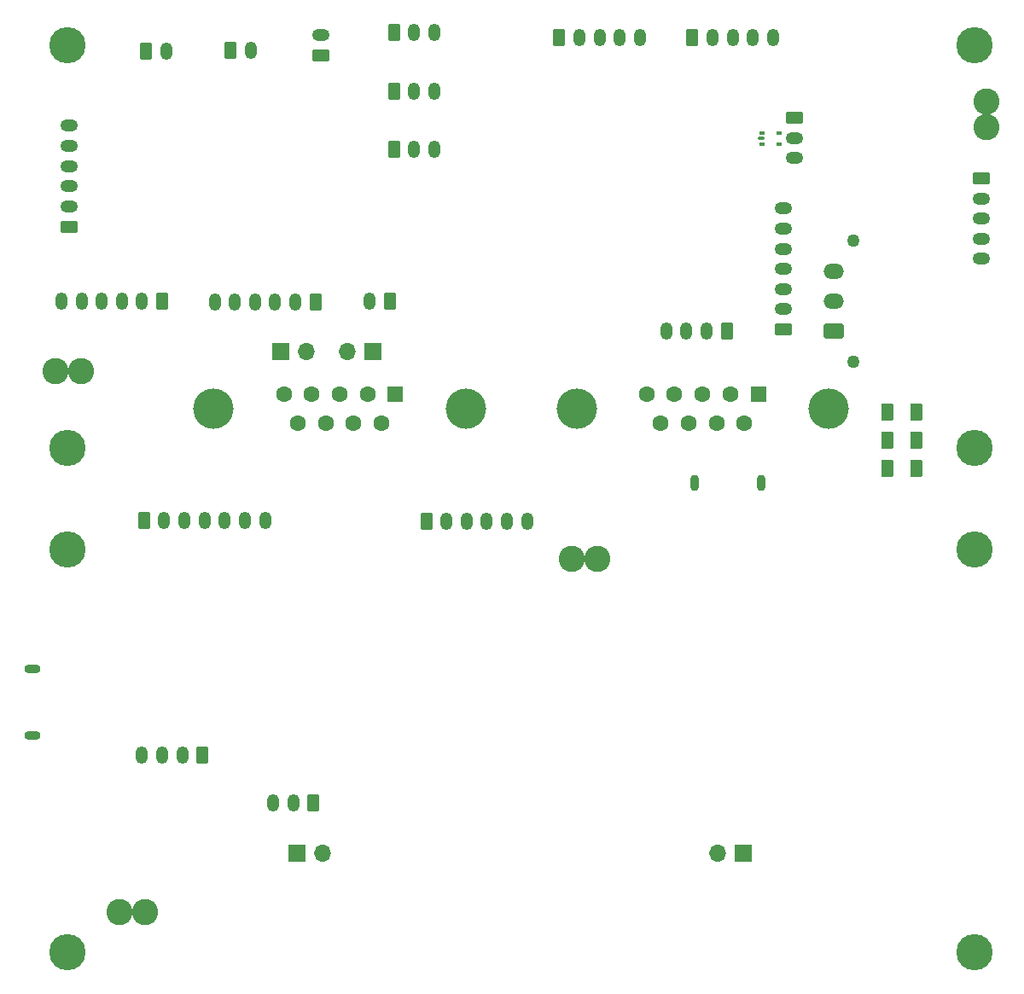
<source format=gbr>
%TF.GenerationSoftware,KiCad,Pcbnew,9.0.0*%
%TF.CreationDate,2025-05-15T12:13:46+12:00*%
%TF.ProjectId,,58585858-5858-4585-9858-585858585858,rev?*%
%TF.SameCoordinates,Original*%
%TF.FileFunction,Soldermask,Bot*%
%TF.FilePolarity,Negative*%
%FSLAX46Y46*%
G04 Gerber Fmt 4.6, Leading zero omitted, Abs format (unit mm)*
G04 Created by KiCad (PCBNEW 9.0.0) date 2025-05-15 12:13:46*
%MOMM*%
%LPD*%
G01*
G04 APERTURE LIST*
G04 Aperture macros list*
%AMRoundRect*
0 Rectangle with rounded corners*
0 $1 Rounding radius*
0 $2 $3 $4 $5 $6 $7 $8 $9 X,Y pos of 4 corners*
0 Add a 4 corners polygon primitive as box body*
4,1,4,$2,$3,$4,$5,$6,$7,$8,$9,$2,$3,0*
0 Add four circle primitives for the rounded corners*
1,1,$1+$1,$2,$3*
1,1,$1+$1,$4,$5*
1,1,$1+$1,$6,$7*
1,1,$1+$1,$8,$9*
0 Add four rect primitives between the rounded corners*
20,1,$1+$1,$2,$3,$4,$5,0*
20,1,$1+$1,$4,$5,$6,$7,0*
20,1,$1+$1,$6,$7,$8,$9,0*
20,1,$1+$1,$8,$9,$2,$3,0*%
G04 Aperture macros list end*
%ADD10C,3.600000*%
%ADD11C,2.600000*%
%ADD12RoundRect,0.250000X0.350000X0.625000X-0.350000X0.625000X-0.350000X-0.625000X0.350000X-0.625000X0*%
%ADD13O,1.200000X1.750000*%
%ADD14RoundRect,0.250000X-0.350000X-0.625000X0.350000X-0.625000X0.350000X0.625000X-0.350000X0.625000X0*%
%ADD15R,1.700000X1.700000*%
%ADD16O,1.700000X1.700000*%
%ADD17O,1.600000X0.900000*%
%ADD18RoundRect,0.250000X-0.375000X-0.625000X0.375000X-0.625000X0.375000X0.625000X-0.375000X0.625000X0*%
%ADD19C,4.000000*%
%ADD20R,1.600000X1.600000*%
%ADD21C,1.600000*%
%ADD22RoundRect,0.250000X0.625000X-0.350000X0.625000X0.350000X-0.625000X0.350000X-0.625000X-0.350000X0*%
%ADD23O,1.750000X1.200000*%
%ADD24RoundRect,0.250000X-0.625000X0.350000X-0.625000X-0.350000X0.625000X-0.350000X0.625000X0.350000X0*%
%ADD25RoundRect,0.095000X-0.155000X-0.095000X0.155000X-0.095000X0.155000X0.095000X-0.155000X0.095000X0*%
%ADD26RoundRect,0.075000X-0.250000X-0.075000X0.250000X-0.075000X0.250000X0.075000X-0.250000X0.075000X0*%
%ADD27C,1.270000*%
%ADD28RoundRect,0.250001X0.759999X-0.499999X0.759999X0.499999X-0.759999X0.499999X-0.759999X-0.499999X0*%
%ADD29O,2.020000X1.500000*%
%ADD30O,0.900000X1.600000*%
G04 APERTURE END LIST*
D10*
%TO.C,H2*%
X189521320Y-102121320D03*
%TD*%
%TO.C,H1*%
X99521320Y-102121320D03*
%TD*%
D11*
%TO.C,TP20*%
X149521320Y-103121320D03*
X152061320Y-103121320D03*
%TD*%
D12*
%TO.C,J2*%
X123921320Y-127321320D03*
D13*
X121921320Y-127321320D03*
X119921320Y-127321320D03*
%TD*%
D14*
%TO.C,J18*%
X107121320Y-99321320D03*
D13*
X109121320Y-99321320D03*
X111121320Y-99321320D03*
X113121320Y-99321320D03*
X115121320Y-99321320D03*
X117121320Y-99321320D03*
X119121320Y-99321320D03*
%TD*%
D11*
%TO.C,TP19*%
X104651320Y-138121320D03*
X107191320Y-138121320D03*
%TD*%
D10*
%TO.C,H3*%
X99521320Y-142121320D03*
%TD*%
D15*
%TO.C,J10*%
X122321320Y-132321320D03*
D16*
X124861320Y-132321320D03*
%TD*%
D14*
%TO.C,J8*%
X135121320Y-99371320D03*
D13*
X137121320Y-99371320D03*
X139121320Y-99371320D03*
X141121320Y-99371320D03*
X143121320Y-99371320D03*
X145121320Y-99371320D03*
%TD*%
D15*
%TO.C,J9*%
X166596320Y-132321320D03*
D16*
X164056320Y-132321320D03*
%TD*%
D12*
%TO.C,J1*%
X112921320Y-122521320D03*
D13*
X110921320Y-122521320D03*
X108921320Y-122521320D03*
X106921320Y-122521320D03*
%TD*%
D17*
%TO.C,J4*%
X96046320Y-114021320D03*
X96046320Y-120621320D03*
%TD*%
D10*
%TO.C,H4*%
X189521320Y-142121320D03*
%TD*%
D14*
%TO.C,J17*%
X131921320Y-56671320D03*
D13*
X133921320Y-56671320D03*
X135921320Y-56671320D03*
%TD*%
D14*
%TO.C,J10*%
X148321320Y-51321320D03*
D13*
X150321320Y-51321320D03*
X152321320Y-51321320D03*
X154321320Y-51321320D03*
X156321320Y-51321320D03*
%TD*%
D12*
%TO.C,J1*%
X164921320Y-80521320D03*
D13*
X162921320Y-80521320D03*
X160921320Y-80521320D03*
X158921320Y-80521320D03*
%TD*%
D18*
%TO.C,D5*%
X180921320Y-88521320D03*
X183721320Y-88521320D03*
%TD*%
D12*
%TO.C,J16*%
X108921320Y-77521320D03*
D13*
X106921320Y-77521320D03*
X104921320Y-77521320D03*
X102921320Y-77521320D03*
X100921320Y-77521320D03*
X98921320Y-77521320D03*
%TD*%
D14*
%TO.C,J21*%
X115721320Y-52651320D03*
D13*
X117721320Y-52651320D03*
%TD*%
D14*
%TO.C,J19*%
X131921320Y-62471320D03*
D13*
X133921320Y-62471320D03*
X135921320Y-62471320D03*
%TD*%
D19*
%TO.C,J6*%
X175021320Y-88201320D03*
X150021320Y-88201320D03*
D20*
X168061320Y-86781320D03*
D21*
X165291320Y-86781320D03*
X162521320Y-86781320D03*
X159751320Y-86781320D03*
X156981320Y-86781320D03*
X166676320Y-89621320D03*
X163906320Y-89621320D03*
X161136320Y-89621320D03*
X158366320Y-89621320D03*
%TD*%
D22*
%TO.C,J22*%
X124671320Y-53121320D03*
D23*
X124671320Y-51121320D03*
%TD*%
D12*
%TO.C,J18*%
X131521320Y-77521320D03*
D13*
X129521320Y-77521320D03*
%TD*%
D24*
%TO.C,J5*%
X190171320Y-65321320D03*
D23*
X190171320Y-67321320D03*
X190171320Y-69321320D03*
X190171320Y-71321320D03*
X190171320Y-73321320D03*
%TD*%
D18*
%TO.C,D7*%
X180921320Y-94121320D03*
X183721320Y-94121320D03*
%TD*%
D22*
%TO.C,J13*%
X99721320Y-70121320D03*
D23*
X99721320Y-68121320D03*
X99721320Y-66121320D03*
X99721320Y-64121320D03*
X99721320Y-62121320D03*
X99721320Y-60121320D03*
%TD*%
D18*
%TO.C,D6*%
X180921320Y-91321320D03*
X183721320Y-91321320D03*
%TD*%
D19*
%TO.C,J11*%
X139021320Y-88201320D03*
X114021320Y-88201320D03*
D20*
X132061320Y-86781320D03*
D21*
X129291320Y-86781320D03*
X126521320Y-86781320D03*
X123751320Y-86781320D03*
X120981320Y-86781320D03*
X130676320Y-89621320D03*
X127906320Y-89621320D03*
X125136320Y-89621320D03*
X122366320Y-89621320D03*
%TD*%
D25*
%TO.C,D1*%
X168421320Y-61921320D03*
D26*
X168341320Y-61381320D03*
D25*
X168421320Y-60841320D03*
X170121320Y-60841320D03*
X170121320Y-61921320D03*
%TD*%
D27*
%TO.C,J12*%
X177481320Y-83521320D03*
X177481320Y-71521320D03*
D28*
X175521320Y-80521320D03*
D29*
X175521320Y-77521320D03*
X175521320Y-74521320D03*
%TD*%
D14*
%TO.C,J7*%
X161521320Y-51321320D03*
D13*
X163521320Y-51321320D03*
X165521320Y-51321320D03*
X167521320Y-51321320D03*
X169521320Y-51321320D03*
%TD*%
D14*
%TO.C,J20*%
X107321320Y-52721320D03*
D13*
X109321320Y-52721320D03*
%TD*%
D12*
%TO.C,J14*%
X124121320Y-77571320D03*
D13*
X122121320Y-77571320D03*
X120121320Y-77571320D03*
X118121320Y-77571320D03*
X116121320Y-77571320D03*
X114121320Y-77571320D03*
%TD*%
D14*
%TO.C,J15*%
X131921320Y-50871320D03*
D13*
X133921320Y-50871320D03*
X135921320Y-50871320D03*
%TD*%
D30*
%TO.C,J4*%
X161721320Y-95521320D03*
X168321320Y-95521320D03*
%TD*%
D10*
%TO.C,H2*%
X189521320Y-52121320D03*
%TD*%
%TO.C,H1*%
X99521320Y-52121320D03*
%TD*%
%TO.C,H3*%
X99521320Y-92121320D03*
%TD*%
D22*
%TO.C,J3*%
X170571320Y-80321320D03*
D23*
X170571320Y-78321320D03*
X170571320Y-76321320D03*
X170571320Y-74321320D03*
X170571320Y-72321320D03*
X170571320Y-70321320D03*
X170571320Y-68321320D03*
%TD*%
D11*
%TO.C,TP19*%
X98351320Y-84421320D03*
X100891320Y-84421320D03*
%TD*%
D15*
%TO.C,J9*%
X120721320Y-82521320D03*
D16*
X123261320Y-82521320D03*
%TD*%
D10*
%TO.C,H4*%
X189521320Y-92121320D03*
%TD*%
D15*
%TO.C,J8*%
X129796320Y-82521320D03*
D16*
X127256320Y-82521320D03*
%TD*%
D24*
%TO.C,J2*%
X171671320Y-59321320D03*
D23*
X171671320Y-61321320D03*
X171671320Y-63321320D03*
%TD*%
D11*
%TO.C,TP20*%
X190721320Y-60261320D03*
X190721320Y-57721320D03*
%TD*%
M02*

</source>
